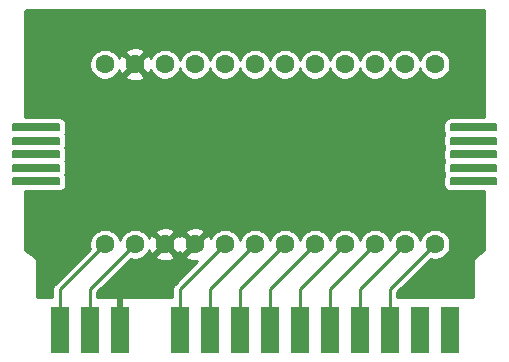
<source format=gbr>
G04 #@! TF.GenerationSoftware,KiCad,Pcbnew,(5.1.9-0-10_14)*
G04 #@! TF.CreationDate,2021-02-11T08:37:55-08:00*
G04 #@! TF.ProjectId,cart,63617274-2e6b-4696-9361-645f70636258,rev?*
G04 #@! TF.SameCoordinates,Original*
G04 #@! TF.FileFunction,Copper,L1,Top*
G04 #@! TF.FilePolarity,Positive*
%FSLAX46Y46*%
G04 Gerber Fmt 4.6, Leading zero omitted, Abs format (unit mm)*
G04 Created by KiCad (PCBNEW (5.1.9-0-10_14)) date 2021-02-11 08:37:55*
%MOMM*%
%LPD*%
G01*
G04 APERTURE LIST*
G04 #@! TA.AperFunction,NonConductor*
%ADD10C,0.200000*%
G04 #@! TD*
G04 #@! TA.AperFunction,ConnectorPad*
%ADD11R,1.600000X4.000000*%
G04 #@! TD*
G04 #@! TA.AperFunction,ComponentPad*
%ADD12C,1.600000*%
G04 #@! TD*
G04 #@! TA.AperFunction,ViaPad*
%ADD13C,0.600000*%
G04 #@! TD*
G04 #@! TA.AperFunction,Conductor*
%ADD14C,0.508000*%
G04 #@! TD*
G04 #@! TA.AperFunction,Conductor*
%ADD15C,0.254000*%
G04 #@! TD*
G04 #@! TA.AperFunction,Conductor*
%ADD16C,0.100000*%
G04 #@! TD*
G04 APERTURE END LIST*
D10*
G36*
X123126500Y-114300000D02*
G01*
X119253000Y-114300000D01*
X119253000Y-113792000D01*
X123126500Y-113792000D01*
X123126500Y-114300000D01*
G37*
X123126500Y-114300000D02*
X119253000Y-114300000D01*
X119253000Y-113792000D01*
X123126500Y-113792000D01*
X123126500Y-114300000D01*
G36*
X123126500Y-113157000D02*
G01*
X119253000Y-113157000D01*
X119253000Y-112649000D01*
X123126500Y-112649000D01*
X123126500Y-113157000D01*
G37*
X123126500Y-113157000D02*
X119253000Y-113157000D01*
X119253000Y-112649000D01*
X123126500Y-112649000D01*
X123126500Y-113157000D01*
G36*
X123126500Y-112014000D02*
G01*
X119253000Y-112014000D01*
X119253000Y-111506000D01*
X123126500Y-111506000D01*
X123126500Y-112014000D01*
G37*
X123126500Y-112014000D02*
X119253000Y-112014000D01*
X119253000Y-111506000D01*
X123126500Y-111506000D01*
X123126500Y-112014000D01*
G36*
X123126500Y-110871000D02*
G01*
X119253000Y-110871000D01*
X119253000Y-110363000D01*
X123126500Y-110363000D01*
X123126500Y-110871000D01*
G37*
X123126500Y-110871000D02*
X119253000Y-110871000D01*
X119253000Y-110363000D01*
X123126500Y-110363000D01*
X123126500Y-110871000D01*
G36*
X123126500Y-109728000D02*
G01*
X119253000Y-109728000D01*
X119253000Y-109220000D01*
X123126500Y-109220000D01*
X123126500Y-109728000D01*
G37*
X123126500Y-109728000D02*
X119253000Y-109728000D01*
X119253000Y-109220000D01*
X123126500Y-109220000D01*
X123126500Y-109728000D01*
G36*
X160147000Y-114300000D02*
G01*
X156273500Y-114300000D01*
X156273500Y-113792000D01*
X160147000Y-113792000D01*
X160147000Y-114300000D01*
G37*
X160147000Y-114300000D02*
X156273500Y-114300000D01*
X156273500Y-113792000D01*
X160147000Y-113792000D01*
X160147000Y-114300000D01*
G36*
X160147000Y-113157000D02*
G01*
X156273500Y-113157000D01*
X156273500Y-112649000D01*
X160147000Y-112649000D01*
X160147000Y-113157000D01*
G37*
X160147000Y-113157000D02*
X156273500Y-113157000D01*
X156273500Y-112649000D01*
X160147000Y-112649000D01*
X160147000Y-113157000D01*
G36*
X160147000Y-109728000D02*
G01*
X156273500Y-109728000D01*
X156273500Y-109220000D01*
X160147000Y-109220000D01*
X160147000Y-109728000D01*
G37*
X160147000Y-109728000D02*
X156273500Y-109728000D01*
X156273500Y-109220000D01*
X160147000Y-109220000D01*
X160147000Y-109728000D01*
G36*
X160147000Y-110871000D02*
G01*
X156273500Y-110871000D01*
X156273500Y-110363000D01*
X160147000Y-110363000D01*
X160147000Y-110871000D01*
G37*
X160147000Y-110871000D02*
X156273500Y-110871000D01*
X156273500Y-110363000D01*
X160147000Y-110363000D01*
X160147000Y-110871000D01*
G36*
X160147000Y-112014000D02*
G01*
X156273500Y-112014000D01*
X156273500Y-111506000D01*
X160147000Y-111506000D01*
X160147000Y-112014000D01*
G37*
X160147000Y-112014000D02*
X156273500Y-112014000D01*
X156273500Y-111506000D01*
X160147000Y-111506000D01*
X160147000Y-112014000D01*
D11*
X125730000Y-126619000D03*
X123190000Y-126619000D03*
X128270000Y-126619000D03*
X133350000Y-126619000D03*
X135890000Y-126619000D03*
X138430000Y-126619000D03*
X140970000Y-126619000D03*
X143510000Y-126619000D03*
X146050000Y-126619000D03*
X148590000Y-126619000D03*
X151130000Y-126619000D03*
X153670000Y-126619000D03*
X156210000Y-126619000D03*
D12*
X127000000Y-104140000D03*
X129540000Y-104140000D03*
X132080000Y-104140000D03*
X134620000Y-104140000D03*
X137160000Y-104140000D03*
X139700000Y-104140000D03*
X142240000Y-104140000D03*
X144780000Y-104140000D03*
X147320000Y-104140000D03*
X149860000Y-104140000D03*
X152400000Y-104140000D03*
X154940000Y-104140000D03*
X154940000Y-119380000D03*
X152400000Y-119380000D03*
X149860000Y-119380000D03*
X147320000Y-119380000D03*
X144780000Y-119380000D03*
X142240000Y-119380000D03*
X139700000Y-119380000D03*
X137160000Y-119380000D03*
X134620000Y-119380000D03*
X132080000Y-119380000D03*
X129540000Y-119380000D03*
X127000000Y-119380000D03*
D13*
X134620000Y-111760000D03*
X137160000Y-111760000D03*
X139700000Y-111760000D03*
X142240000Y-111760000D03*
X144780000Y-111760000D03*
X147320000Y-111760000D03*
X149860000Y-111760000D03*
X152400000Y-111760000D03*
X154940000Y-111760000D03*
X158115000Y-117475000D03*
X125095000Y-111760000D03*
D14*
X128270000Y-126619000D02*
X128270000Y-123190000D01*
D15*
X125730000Y-123190000D02*
X125730000Y-126619000D01*
X129540000Y-119380000D02*
X125730000Y-123190000D01*
X123190000Y-123190000D02*
X123190000Y-126619000D01*
X127000000Y-119380000D02*
X123190000Y-123190000D01*
X133350000Y-123190000D02*
X133350000Y-126619000D01*
X137160000Y-119380000D02*
X133350000Y-123190000D01*
X135890000Y-123190000D02*
X135890000Y-126619000D01*
X139700000Y-119380000D02*
X135890000Y-123190000D01*
X138430000Y-123190000D02*
X138430000Y-126619000D01*
X142240000Y-119380000D02*
X138430000Y-123190000D01*
X140970000Y-123190000D02*
X140970000Y-126619000D01*
X144780000Y-119380000D02*
X140970000Y-123190000D01*
X143510000Y-123190000D02*
X143510000Y-126619000D01*
X147320000Y-119380000D02*
X143510000Y-123190000D01*
X146050000Y-123190000D02*
X146050000Y-126619000D01*
X149860000Y-119380000D02*
X146050000Y-123190000D01*
X148590000Y-123190000D02*
X148590000Y-126619000D01*
X152400000Y-119380000D02*
X148590000Y-123190000D01*
X151130000Y-123190000D02*
X151130000Y-126619000D01*
X154940000Y-119380000D02*
X151130000Y-123190000D01*
X159017344Y-99542792D02*
X159045572Y-99551315D01*
X159071609Y-99565159D01*
X159094460Y-99583796D01*
X159113257Y-99606517D01*
X159127278Y-99632448D01*
X159135998Y-99660620D01*
X159142000Y-99717722D01*
X159142000Y-108612000D01*
X156273500Y-108612000D01*
X156216552Y-108617584D01*
X156159572Y-108622769D01*
X156157526Y-108623371D01*
X156155406Y-108623579D01*
X156100660Y-108640108D01*
X156045739Y-108656272D01*
X156043849Y-108657260D01*
X156041809Y-108657876D01*
X155991310Y-108684727D01*
X155940582Y-108711247D01*
X155938920Y-108712583D01*
X155937038Y-108713584D01*
X155892660Y-108749778D01*
X155848105Y-108785601D01*
X155846737Y-108787231D01*
X155845082Y-108788581D01*
X155808579Y-108832706D01*
X155771831Y-108876500D01*
X155770804Y-108878368D01*
X155769445Y-108880011D01*
X155742230Y-108930345D01*
X155714666Y-108980483D01*
X155714021Y-108982515D01*
X155713007Y-108984391D01*
X155696083Y-109039063D01*
X155678786Y-109093590D01*
X155678548Y-109095709D01*
X155677918Y-109097745D01*
X155671940Y-109154620D01*
X155665559Y-109211511D01*
X155665531Y-109215607D01*
X155665515Y-109215755D01*
X155665528Y-109215903D01*
X155665500Y-109220000D01*
X155665500Y-109728000D01*
X155671084Y-109784948D01*
X155676269Y-109841928D01*
X155676871Y-109843974D01*
X155677079Y-109846094D01*
X155693608Y-109900840D01*
X155709772Y-109955761D01*
X155710760Y-109957651D01*
X155711376Y-109959691D01*
X155738227Y-110010190D01*
X155756981Y-110046063D01*
X155742230Y-110073345D01*
X155714666Y-110123483D01*
X155714021Y-110125515D01*
X155713007Y-110127391D01*
X155696083Y-110182063D01*
X155678786Y-110236590D01*
X155678548Y-110238709D01*
X155677918Y-110240745D01*
X155671940Y-110297620D01*
X155665559Y-110354511D01*
X155665531Y-110358607D01*
X155665515Y-110358755D01*
X155665528Y-110358903D01*
X155665500Y-110363000D01*
X155665500Y-110871000D01*
X155671084Y-110927948D01*
X155676269Y-110984928D01*
X155676871Y-110986974D01*
X155677079Y-110989094D01*
X155693608Y-111043840D01*
X155709772Y-111098761D01*
X155710760Y-111100651D01*
X155711376Y-111102691D01*
X155738227Y-111153190D01*
X155756981Y-111189063D01*
X155742230Y-111216345D01*
X155714666Y-111266483D01*
X155714021Y-111268515D01*
X155713007Y-111270391D01*
X155696083Y-111325063D01*
X155678786Y-111379590D01*
X155678548Y-111381709D01*
X155677918Y-111383745D01*
X155671940Y-111440620D01*
X155665559Y-111497511D01*
X155665531Y-111501607D01*
X155665515Y-111501755D01*
X155665528Y-111501903D01*
X155665500Y-111506000D01*
X155665500Y-112014000D01*
X155671084Y-112070948D01*
X155676269Y-112127928D01*
X155676871Y-112129974D01*
X155677079Y-112132094D01*
X155693608Y-112186840D01*
X155709772Y-112241761D01*
X155710760Y-112243651D01*
X155711376Y-112245691D01*
X155738227Y-112296190D01*
X155756981Y-112332063D01*
X155742230Y-112359345D01*
X155714666Y-112409483D01*
X155714021Y-112411515D01*
X155713007Y-112413391D01*
X155696083Y-112468063D01*
X155678786Y-112522590D01*
X155678548Y-112524709D01*
X155677918Y-112526745D01*
X155671940Y-112583620D01*
X155665559Y-112640511D01*
X155665531Y-112644607D01*
X155665515Y-112644755D01*
X155665528Y-112644903D01*
X155665500Y-112649000D01*
X155665500Y-113157000D01*
X155671084Y-113213948D01*
X155676269Y-113270928D01*
X155676871Y-113272974D01*
X155677079Y-113275094D01*
X155693608Y-113329840D01*
X155709772Y-113384761D01*
X155710760Y-113386651D01*
X155711376Y-113388691D01*
X155738227Y-113439190D01*
X155756981Y-113475063D01*
X155742230Y-113502345D01*
X155714666Y-113552483D01*
X155714021Y-113554515D01*
X155713007Y-113556391D01*
X155696083Y-113611063D01*
X155678786Y-113665590D01*
X155678548Y-113667709D01*
X155677918Y-113669745D01*
X155671940Y-113726620D01*
X155665559Y-113783511D01*
X155665531Y-113787607D01*
X155665515Y-113787755D01*
X155665528Y-113787903D01*
X155665500Y-113792000D01*
X155665500Y-114300000D01*
X155671084Y-114356948D01*
X155676269Y-114413928D01*
X155676871Y-114415974D01*
X155677079Y-114418094D01*
X155693608Y-114472840D01*
X155709772Y-114527761D01*
X155710760Y-114529651D01*
X155711376Y-114531691D01*
X155738227Y-114582190D01*
X155764747Y-114632918D01*
X155766083Y-114634580D01*
X155767084Y-114636462D01*
X155803278Y-114680840D01*
X155839101Y-114725395D01*
X155840731Y-114726763D01*
X155842081Y-114728418D01*
X155886206Y-114764921D01*
X155930000Y-114801669D01*
X155931868Y-114802696D01*
X155933511Y-114804055D01*
X155983845Y-114831270D01*
X156033983Y-114858834D01*
X156036015Y-114859479D01*
X156037891Y-114860493D01*
X156092563Y-114877417D01*
X156147090Y-114894714D01*
X156149209Y-114894952D01*
X156151245Y-114895582D01*
X156208120Y-114901560D01*
X156265011Y-114907941D01*
X156269107Y-114907969D01*
X156269255Y-114907985D01*
X156269403Y-114907972D01*
X156273500Y-114908000D01*
X159142001Y-114908000D01*
X159142001Y-119840896D01*
X158420334Y-120390807D01*
X158410579Y-120396021D01*
X158372756Y-120427062D01*
X158357746Y-120438499D01*
X158349713Y-120445972D01*
X158317999Y-120471999D01*
X158305935Y-120486699D01*
X158292027Y-120499638D01*
X158268040Y-120532875D01*
X158242021Y-120564580D01*
X158233060Y-120581344D01*
X158221940Y-120596753D01*
X158204895Y-120634038D01*
X158185564Y-120670204D01*
X158180046Y-120688393D01*
X158172145Y-120705677D01*
X158162701Y-120745575D01*
X158150798Y-120784812D01*
X158148935Y-120803726D01*
X158144557Y-120822221D01*
X158143078Y-120863199D01*
X158142000Y-120874140D01*
X158142000Y-120893046D01*
X158140236Y-120941907D01*
X158142000Y-120952819D01*
X158142000Y-123888500D01*
X151765000Y-123888500D01*
X151765000Y-123453024D01*
X154576671Y-120641354D01*
X154811173Y-120688000D01*
X155068827Y-120688000D01*
X155321530Y-120637734D01*
X155559570Y-120539135D01*
X155773801Y-120395990D01*
X155955990Y-120213801D01*
X156099135Y-119999570D01*
X156197734Y-119761530D01*
X156248000Y-119508827D01*
X156248000Y-119251173D01*
X156197734Y-118998470D01*
X156099135Y-118760430D01*
X155955990Y-118546199D01*
X155773801Y-118364010D01*
X155559570Y-118220865D01*
X155321530Y-118122266D01*
X155068827Y-118072000D01*
X154811173Y-118072000D01*
X154558470Y-118122266D01*
X154320430Y-118220865D01*
X154106199Y-118364010D01*
X153924010Y-118546199D01*
X153780865Y-118760430D01*
X153682266Y-118998470D01*
X153670000Y-119060135D01*
X153657734Y-118998470D01*
X153559135Y-118760430D01*
X153415990Y-118546199D01*
X153233801Y-118364010D01*
X153019570Y-118220865D01*
X152781530Y-118122266D01*
X152528827Y-118072000D01*
X152271173Y-118072000D01*
X152018470Y-118122266D01*
X151780430Y-118220865D01*
X151566199Y-118364010D01*
X151384010Y-118546199D01*
X151240865Y-118760430D01*
X151142266Y-118998470D01*
X151130000Y-119060135D01*
X151117734Y-118998470D01*
X151019135Y-118760430D01*
X150875990Y-118546199D01*
X150693801Y-118364010D01*
X150479570Y-118220865D01*
X150241530Y-118122266D01*
X149988827Y-118072000D01*
X149731173Y-118072000D01*
X149478470Y-118122266D01*
X149240430Y-118220865D01*
X149026199Y-118364010D01*
X148844010Y-118546199D01*
X148700865Y-118760430D01*
X148602266Y-118998470D01*
X148590000Y-119060135D01*
X148577734Y-118998470D01*
X148479135Y-118760430D01*
X148335990Y-118546199D01*
X148153801Y-118364010D01*
X147939570Y-118220865D01*
X147701530Y-118122266D01*
X147448827Y-118072000D01*
X147191173Y-118072000D01*
X146938470Y-118122266D01*
X146700430Y-118220865D01*
X146486199Y-118364010D01*
X146304010Y-118546199D01*
X146160865Y-118760430D01*
X146062266Y-118998470D01*
X146050000Y-119060135D01*
X146037734Y-118998470D01*
X145939135Y-118760430D01*
X145795990Y-118546199D01*
X145613801Y-118364010D01*
X145399570Y-118220865D01*
X145161530Y-118122266D01*
X144908827Y-118072000D01*
X144651173Y-118072000D01*
X144398470Y-118122266D01*
X144160430Y-118220865D01*
X143946199Y-118364010D01*
X143764010Y-118546199D01*
X143620865Y-118760430D01*
X143522266Y-118998470D01*
X143510000Y-119060135D01*
X143497734Y-118998470D01*
X143399135Y-118760430D01*
X143255990Y-118546199D01*
X143073801Y-118364010D01*
X142859570Y-118220865D01*
X142621530Y-118122266D01*
X142368827Y-118072000D01*
X142111173Y-118072000D01*
X141858470Y-118122266D01*
X141620430Y-118220865D01*
X141406199Y-118364010D01*
X141224010Y-118546199D01*
X141080865Y-118760430D01*
X140982266Y-118998470D01*
X140970000Y-119060135D01*
X140957734Y-118998470D01*
X140859135Y-118760430D01*
X140715990Y-118546199D01*
X140533801Y-118364010D01*
X140319570Y-118220865D01*
X140081530Y-118122266D01*
X139828827Y-118072000D01*
X139571173Y-118072000D01*
X139318470Y-118122266D01*
X139080430Y-118220865D01*
X138866199Y-118364010D01*
X138684010Y-118546199D01*
X138540865Y-118760430D01*
X138442266Y-118998470D01*
X138430000Y-119060135D01*
X138417734Y-118998470D01*
X138319135Y-118760430D01*
X138175990Y-118546199D01*
X137993801Y-118364010D01*
X137779570Y-118220865D01*
X137541530Y-118122266D01*
X137288827Y-118072000D01*
X137031173Y-118072000D01*
X136778470Y-118122266D01*
X136540430Y-118220865D01*
X136326199Y-118364010D01*
X136144010Y-118546199D01*
X136000865Y-118760430D01*
X135958772Y-118862051D01*
X135923603Y-118763708D01*
X135856671Y-118638486D01*
X135612702Y-118566903D01*
X134799605Y-119380000D01*
X134813748Y-119394143D01*
X134634143Y-119573748D01*
X134620000Y-119559605D01*
X133806903Y-120372702D01*
X133878486Y-120616671D01*
X134133996Y-120737571D01*
X134408184Y-120806300D01*
X134690512Y-120820217D01*
X134844587Y-120797388D01*
X132923050Y-122718926D01*
X132898815Y-122738815D01*
X132819463Y-122835507D01*
X132760498Y-122945821D01*
X132724188Y-123065519D01*
X132715000Y-123158809D01*
X132715000Y-123158819D01*
X132711929Y-123190000D01*
X132715000Y-123221181D01*
X132715000Y-123888500D01*
X126365000Y-123888500D01*
X126365000Y-123453024D01*
X129176671Y-120641354D01*
X129411173Y-120688000D01*
X129668827Y-120688000D01*
X129921530Y-120637734D01*
X130159570Y-120539135D01*
X130373801Y-120395990D01*
X130397089Y-120372702D01*
X131266903Y-120372702D01*
X131338486Y-120616671D01*
X131593996Y-120737571D01*
X131868184Y-120806300D01*
X132150512Y-120820217D01*
X132430130Y-120778787D01*
X132696292Y-120683603D01*
X132821514Y-120616671D01*
X132893097Y-120372702D01*
X132080000Y-119559605D01*
X131266903Y-120372702D01*
X130397089Y-120372702D01*
X130555990Y-120213801D01*
X130699135Y-119999570D01*
X130741228Y-119897949D01*
X130776397Y-119996292D01*
X130843329Y-120121514D01*
X131087298Y-120193097D01*
X131900395Y-119380000D01*
X132259605Y-119380000D01*
X133072702Y-120193097D01*
X133316671Y-120121514D01*
X133347971Y-120055364D01*
X133383329Y-120121514D01*
X133627298Y-120193097D01*
X134440395Y-119380000D01*
X133627298Y-118566903D01*
X133383329Y-118638486D01*
X133352029Y-118704636D01*
X133316671Y-118638486D01*
X133072702Y-118566903D01*
X132259605Y-119380000D01*
X131900395Y-119380000D01*
X131087298Y-118566903D01*
X130843329Y-118638486D01*
X130739508Y-118857900D01*
X130699135Y-118760430D01*
X130555990Y-118546199D01*
X130397089Y-118387298D01*
X131266903Y-118387298D01*
X132080000Y-119200395D01*
X132893097Y-118387298D01*
X133806903Y-118387298D01*
X134620000Y-119200395D01*
X135433097Y-118387298D01*
X135361514Y-118143329D01*
X135106004Y-118022429D01*
X134831816Y-117953700D01*
X134549488Y-117939783D01*
X134269870Y-117981213D01*
X134003708Y-118076397D01*
X133878486Y-118143329D01*
X133806903Y-118387298D01*
X132893097Y-118387298D01*
X132821514Y-118143329D01*
X132566004Y-118022429D01*
X132291816Y-117953700D01*
X132009488Y-117939783D01*
X131729870Y-117981213D01*
X131463708Y-118076397D01*
X131338486Y-118143329D01*
X131266903Y-118387298D01*
X130397089Y-118387298D01*
X130373801Y-118364010D01*
X130159570Y-118220865D01*
X129921530Y-118122266D01*
X129668827Y-118072000D01*
X129411173Y-118072000D01*
X129158470Y-118122266D01*
X128920430Y-118220865D01*
X128706199Y-118364010D01*
X128524010Y-118546199D01*
X128380865Y-118760430D01*
X128282266Y-118998470D01*
X128270000Y-119060135D01*
X128257734Y-118998470D01*
X128159135Y-118760430D01*
X128015990Y-118546199D01*
X127833801Y-118364010D01*
X127619570Y-118220865D01*
X127381530Y-118122266D01*
X127128827Y-118072000D01*
X126871173Y-118072000D01*
X126618470Y-118122266D01*
X126380430Y-118220865D01*
X126166199Y-118364010D01*
X125984010Y-118546199D01*
X125840865Y-118760430D01*
X125742266Y-118998470D01*
X125692000Y-119251173D01*
X125692000Y-119508827D01*
X125738646Y-119743329D01*
X122763050Y-122718926D01*
X122738815Y-122738815D01*
X122659463Y-122835507D01*
X122600498Y-122945821D01*
X122564188Y-123065519D01*
X122555000Y-123158809D01*
X122555000Y-123158819D01*
X122551929Y-123190000D01*
X122555000Y-123221181D01*
X122555000Y-123888500D01*
X121258000Y-123888500D01*
X121258000Y-120949819D01*
X121259764Y-120938907D01*
X121258000Y-120890046D01*
X121258000Y-120871139D01*
X121256922Y-120860198D01*
X121255443Y-120819220D01*
X121251065Y-120800725D01*
X121249202Y-120781811D01*
X121237299Y-120742574D01*
X121227855Y-120702676D01*
X121219954Y-120685392D01*
X121214436Y-120667203D01*
X121195105Y-120631037D01*
X121178060Y-120593752D01*
X121166940Y-120578343D01*
X121157979Y-120561579D01*
X121131962Y-120529877D01*
X121107973Y-120496637D01*
X121094062Y-120483695D01*
X121082001Y-120468999D01*
X121050298Y-120442982D01*
X121042254Y-120435498D01*
X121027219Y-120424042D01*
X120989420Y-120393021D01*
X120979672Y-120387811D01*
X120258000Y-119837897D01*
X120258000Y-114908000D01*
X123126500Y-114908000D01*
X123183448Y-114902416D01*
X123240428Y-114897231D01*
X123242474Y-114896629D01*
X123244594Y-114896421D01*
X123299340Y-114879892D01*
X123354261Y-114863728D01*
X123356151Y-114862740D01*
X123358191Y-114862124D01*
X123408690Y-114835273D01*
X123459418Y-114808753D01*
X123461080Y-114807417D01*
X123462962Y-114806416D01*
X123507340Y-114770222D01*
X123551895Y-114734399D01*
X123553263Y-114732769D01*
X123554918Y-114731419D01*
X123591421Y-114687294D01*
X123628169Y-114643500D01*
X123629196Y-114641632D01*
X123630555Y-114639989D01*
X123657770Y-114589655D01*
X123685334Y-114539517D01*
X123685979Y-114537485D01*
X123686993Y-114535609D01*
X123703917Y-114480937D01*
X123721214Y-114426410D01*
X123721452Y-114424291D01*
X123722082Y-114422255D01*
X123728060Y-114365380D01*
X123734441Y-114308489D01*
X123734469Y-114304393D01*
X123734485Y-114304245D01*
X123734472Y-114304097D01*
X123734500Y-114300000D01*
X123734500Y-113792000D01*
X123728916Y-113735052D01*
X123723731Y-113678072D01*
X123723129Y-113676026D01*
X123722921Y-113673906D01*
X123706392Y-113619160D01*
X123690228Y-113564239D01*
X123689240Y-113562349D01*
X123688624Y-113560309D01*
X123661773Y-113509810D01*
X123643019Y-113473937D01*
X123657770Y-113446655D01*
X123685334Y-113396517D01*
X123685979Y-113394485D01*
X123686993Y-113392609D01*
X123703917Y-113337937D01*
X123721214Y-113283410D01*
X123721452Y-113281291D01*
X123722082Y-113279255D01*
X123728060Y-113222380D01*
X123734441Y-113165489D01*
X123734469Y-113161393D01*
X123734485Y-113161245D01*
X123734472Y-113161097D01*
X123734500Y-113157000D01*
X123734500Y-112649000D01*
X123728916Y-112592052D01*
X123723731Y-112535072D01*
X123723129Y-112533026D01*
X123722921Y-112530906D01*
X123706392Y-112476160D01*
X123690228Y-112421239D01*
X123689240Y-112419349D01*
X123688624Y-112417309D01*
X123661773Y-112366810D01*
X123643019Y-112330937D01*
X123657770Y-112303655D01*
X123685334Y-112253517D01*
X123685979Y-112251485D01*
X123686993Y-112249609D01*
X123703917Y-112194937D01*
X123721214Y-112140410D01*
X123721452Y-112138291D01*
X123722082Y-112136255D01*
X123728060Y-112079380D01*
X123734441Y-112022489D01*
X123734469Y-112018393D01*
X123734485Y-112018245D01*
X123734472Y-112018097D01*
X123734500Y-112014000D01*
X123734500Y-111506000D01*
X123728916Y-111449052D01*
X123723731Y-111392072D01*
X123723129Y-111390026D01*
X123722921Y-111387906D01*
X123706392Y-111333160D01*
X123690228Y-111278239D01*
X123689240Y-111276349D01*
X123688624Y-111274309D01*
X123661773Y-111223810D01*
X123643019Y-111187937D01*
X123657770Y-111160655D01*
X123685334Y-111110517D01*
X123685979Y-111108485D01*
X123686993Y-111106609D01*
X123703917Y-111051937D01*
X123721214Y-110997410D01*
X123721452Y-110995291D01*
X123722082Y-110993255D01*
X123728060Y-110936380D01*
X123734441Y-110879489D01*
X123734469Y-110875393D01*
X123734485Y-110875245D01*
X123734472Y-110875097D01*
X123734500Y-110871000D01*
X123734500Y-110363000D01*
X123728916Y-110306052D01*
X123723731Y-110249072D01*
X123723129Y-110247026D01*
X123722921Y-110244906D01*
X123706392Y-110190160D01*
X123690228Y-110135239D01*
X123689240Y-110133349D01*
X123688624Y-110131309D01*
X123661773Y-110080810D01*
X123643019Y-110044937D01*
X123657770Y-110017655D01*
X123685334Y-109967517D01*
X123685979Y-109965485D01*
X123686993Y-109963609D01*
X123703917Y-109908937D01*
X123721214Y-109854410D01*
X123721452Y-109852291D01*
X123722082Y-109850255D01*
X123728060Y-109793380D01*
X123734441Y-109736489D01*
X123734469Y-109732393D01*
X123734485Y-109732245D01*
X123734472Y-109732097D01*
X123734500Y-109728000D01*
X123734500Y-109220000D01*
X123728916Y-109163052D01*
X123723731Y-109106072D01*
X123723129Y-109104026D01*
X123722921Y-109101906D01*
X123706392Y-109047160D01*
X123690228Y-108992239D01*
X123689240Y-108990349D01*
X123688624Y-108988309D01*
X123661773Y-108937810D01*
X123635253Y-108887082D01*
X123633917Y-108885420D01*
X123632916Y-108883538D01*
X123596722Y-108839160D01*
X123560899Y-108794605D01*
X123559269Y-108793237D01*
X123557919Y-108791582D01*
X123513794Y-108755079D01*
X123470000Y-108718331D01*
X123468132Y-108717304D01*
X123466489Y-108715945D01*
X123416155Y-108688730D01*
X123366017Y-108661166D01*
X123363985Y-108660521D01*
X123362109Y-108659507D01*
X123307437Y-108642583D01*
X123252910Y-108625286D01*
X123250791Y-108625048D01*
X123248755Y-108624418D01*
X123191880Y-108618440D01*
X123134989Y-108612059D01*
X123130893Y-108612031D01*
X123130745Y-108612015D01*
X123130597Y-108612028D01*
X123126500Y-108612000D01*
X120258000Y-108612000D01*
X120258000Y-104011173D01*
X125692000Y-104011173D01*
X125692000Y-104268827D01*
X125742266Y-104521530D01*
X125840865Y-104759570D01*
X125984010Y-104973801D01*
X126166199Y-105155990D01*
X126380430Y-105299135D01*
X126618470Y-105397734D01*
X126871173Y-105448000D01*
X127128827Y-105448000D01*
X127381530Y-105397734D01*
X127619570Y-105299135D01*
X127833801Y-105155990D01*
X127857089Y-105132702D01*
X128726903Y-105132702D01*
X128798486Y-105376671D01*
X129053996Y-105497571D01*
X129328184Y-105566300D01*
X129610512Y-105580217D01*
X129890130Y-105538787D01*
X130156292Y-105443603D01*
X130281514Y-105376671D01*
X130353097Y-105132702D01*
X129540000Y-104319605D01*
X128726903Y-105132702D01*
X127857089Y-105132702D01*
X128015990Y-104973801D01*
X128159135Y-104759570D01*
X128201228Y-104657949D01*
X128236397Y-104756292D01*
X128303329Y-104881514D01*
X128547298Y-104953097D01*
X129360395Y-104140000D01*
X129719605Y-104140000D01*
X130532702Y-104953097D01*
X130776671Y-104881514D01*
X130880492Y-104662100D01*
X130920865Y-104759570D01*
X131064010Y-104973801D01*
X131246199Y-105155990D01*
X131460430Y-105299135D01*
X131698470Y-105397734D01*
X131951173Y-105448000D01*
X132208827Y-105448000D01*
X132461530Y-105397734D01*
X132699570Y-105299135D01*
X132913801Y-105155990D01*
X133095990Y-104973801D01*
X133239135Y-104759570D01*
X133337734Y-104521530D01*
X133350000Y-104459865D01*
X133362266Y-104521530D01*
X133460865Y-104759570D01*
X133604010Y-104973801D01*
X133786199Y-105155990D01*
X134000430Y-105299135D01*
X134238470Y-105397734D01*
X134491173Y-105448000D01*
X134748827Y-105448000D01*
X135001530Y-105397734D01*
X135239570Y-105299135D01*
X135453801Y-105155990D01*
X135635990Y-104973801D01*
X135779135Y-104759570D01*
X135877734Y-104521530D01*
X135890000Y-104459865D01*
X135902266Y-104521530D01*
X136000865Y-104759570D01*
X136144010Y-104973801D01*
X136326199Y-105155990D01*
X136540430Y-105299135D01*
X136778470Y-105397734D01*
X137031173Y-105448000D01*
X137288827Y-105448000D01*
X137541530Y-105397734D01*
X137779570Y-105299135D01*
X137993801Y-105155990D01*
X138175990Y-104973801D01*
X138319135Y-104759570D01*
X138417734Y-104521530D01*
X138430000Y-104459865D01*
X138442266Y-104521530D01*
X138540865Y-104759570D01*
X138684010Y-104973801D01*
X138866199Y-105155990D01*
X139080430Y-105299135D01*
X139318470Y-105397734D01*
X139571173Y-105448000D01*
X139828827Y-105448000D01*
X140081530Y-105397734D01*
X140319570Y-105299135D01*
X140533801Y-105155990D01*
X140715990Y-104973801D01*
X140859135Y-104759570D01*
X140957734Y-104521530D01*
X140970000Y-104459865D01*
X140982266Y-104521530D01*
X141080865Y-104759570D01*
X141224010Y-104973801D01*
X141406199Y-105155990D01*
X141620430Y-105299135D01*
X141858470Y-105397734D01*
X142111173Y-105448000D01*
X142368827Y-105448000D01*
X142621530Y-105397734D01*
X142859570Y-105299135D01*
X143073801Y-105155990D01*
X143255990Y-104973801D01*
X143399135Y-104759570D01*
X143497734Y-104521530D01*
X143510000Y-104459865D01*
X143522266Y-104521530D01*
X143620865Y-104759570D01*
X143764010Y-104973801D01*
X143946199Y-105155990D01*
X144160430Y-105299135D01*
X144398470Y-105397734D01*
X144651173Y-105448000D01*
X144908827Y-105448000D01*
X145161530Y-105397734D01*
X145399570Y-105299135D01*
X145613801Y-105155990D01*
X145795990Y-104973801D01*
X145939135Y-104759570D01*
X146037734Y-104521530D01*
X146050000Y-104459865D01*
X146062266Y-104521530D01*
X146160865Y-104759570D01*
X146304010Y-104973801D01*
X146486199Y-105155990D01*
X146700430Y-105299135D01*
X146938470Y-105397734D01*
X147191173Y-105448000D01*
X147448827Y-105448000D01*
X147701530Y-105397734D01*
X147939570Y-105299135D01*
X148153801Y-105155990D01*
X148335990Y-104973801D01*
X148479135Y-104759570D01*
X148577734Y-104521530D01*
X148590000Y-104459865D01*
X148602266Y-104521530D01*
X148700865Y-104759570D01*
X148844010Y-104973801D01*
X149026199Y-105155990D01*
X149240430Y-105299135D01*
X149478470Y-105397734D01*
X149731173Y-105448000D01*
X149988827Y-105448000D01*
X150241530Y-105397734D01*
X150479570Y-105299135D01*
X150693801Y-105155990D01*
X150875990Y-104973801D01*
X151019135Y-104759570D01*
X151117734Y-104521530D01*
X151130000Y-104459865D01*
X151142266Y-104521530D01*
X151240865Y-104759570D01*
X151384010Y-104973801D01*
X151566199Y-105155990D01*
X151780430Y-105299135D01*
X152018470Y-105397734D01*
X152271173Y-105448000D01*
X152528827Y-105448000D01*
X152781530Y-105397734D01*
X153019570Y-105299135D01*
X153233801Y-105155990D01*
X153415990Y-104973801D01*
X153559135Y-104759570D01*
X153657734Y-104521530D01*
X153670000Y-104459865D01*
X153682266Y-104521530D01*
X153780865Y-104759570D01*
X153924010Y-104973801D01*
X154106199Y-105155990D01*
X154320430Y-105299135D01*
X154558470Y-105397734D01*
X154811173Y-105448000D01*
X155068827Y-105448000D01*
X155321530Y-105397734D01*
X155559570Y-105299135D01*
X155773801Y-105155990D01*
X155955990Y-104973801D01*
X156099135Y-104759570D01*
X156197734Y-104521530D01*
X156248000Y-104268827D01*
X156248000Y-104011173D01*
X156197734Y-103758470D01*
X156099135Y-103520430D01*
X155955990Y-103306199D01*
X155773801Y-103124010D01*
X155559570Y-102980865D01*
X155321530Y-102882266D01*
X155068827Y-102832000D01*
X154811173Y-102832000D01*
X154558470Y-102882266D01*
X154320430Y-102980865D01*
X154106199Y-103124010D01*
X153924010Y-103306199D01*
X153780865Y-103520430D01*
X153682266Y-103758470D01*
X153670000Y-103820135D01*
X153657734Y-103758470D01*
X153559135Y-103520430D01*
X153415990Y-103306199D01*
X153233801Y-103124010D01*
X153019570Y-102980865D01*
X152781530Y-102882266D01*
X152528827Y-102832000D01*
X152271173Y-102832000D01*
X152018470Y-102882266D01*
X151780430Y-102980865D01*
X151566199Y-103124010D01*
X151384010Y-103306199D01*
X151240865Y-103520430D01*
X151142266Y-103758470D01*
X151130000Y-103820135D01*
X151117734Y-103758470D01*
X151019135Y-103520430D01*
X150875990Y-103306199D01*
X150693801Y-103124010D01*
X150479570Y-102980865D01*
X150241530Y-102882266D01*
X149988827Y-102832000D01*
X149731173Y-102832000D01*
X149478470Y-102882266D01*
X149240430Y-102980865D01*
X149026199Y-103124010D01*
X148844010Y-103306199D01*
X148700865Y-103520430D01*
X148602266Y-103758470D01*
X148590000Y-103820135D01*
X148577734Y-103758470D01*
X148479135Y-103520430D01*
X148335990Y-103306199D01*
X148153801Y-103124010D01*
X147939570Y-102980865D01*
X147701530Y-102882266D01*
X147448827Y-102832000D01*
X147191173Y-102832000D01*
X146938470Y-102882266D01*
X146700430Y-102980865D01*
X146486199Y-103124010D01*
X146304010Y-103306199D01*
X146160865Y-103520430D01*
X146062266Y-103758470D01*
X146050000Y-103820135D01*
X146037734Y-103758470D01*
X145939135Y-103520430D01*
X145795990Y-103306199D01*
X145613801Y-103124010D01*
X145399570Y-102980865D01*
X145161530Y-102882266D01*
X144908827Y-102832000D01*
X144651173Y-102832000D01*
X144398470Y-102882266D01*
X144160430Y-102980865D01*
X143946199Y-103124010D01*
X143764010Y-103306199D01*
X143620865Y-103520430D01*
X143522266Y-103758470D01*
X143510000Y-103820135D01*
X143497734Y-103758470D01*
X143399135Y-103520430D01*
X143255990Y-103306199D01*
X143073801Y-103124010D01*
X142859570Y-102980865D01*
X142621530Y-102882266D01*
X142368827Y-102832000D01*
X142111173Y-102832000D01*
X141858470Y-102882266D01*
X141620430Y-102980865D01*
X141406199Y-103124010D01*
X141224010Y-103306199D01*
X141080865Y-103520430D01*
X140982266Y-103758470D01*
X140970000Y-103820135D01*
X140957734Y-103758470D01*
X140859135Y-103520430D01*
X140715990Y-103306199D01*
X140533801Y-103124010D01*
X140319570Y-102980865D01*
X140081530Y-102882266D01*
X139828827Y-102832000D01*
X139571173Y-102832000D01*
X139318470Y-102882266D01*
X139080430Y-102980865D01*
X138866199Y-103124010D01*
X138684010Y-103306199D01*
X138540865Y-103520430D01*
X138442266Y-103758470D01*
X138430000Y-103820135D01*
X138417734Y-103758470D01*
X138319135Y-103520430D01*
X138175990Y-103306199D01*
X137993801Y-103124010D01*
X137779570Y-102980865D01*
X137541530Y-102882266D01*
X137288827Y-102832000D01*
X137031173Y-102832000D01*
X136778470Y-102882266D01*
X136540430Y-102980865D01*
X136326199Y-103124010D01*
X136144010Y-103306199D01*
X136000865Y-103520430D01*
X135902266Y-103758470D01*
X135890000Y-103820135D01*
X135877734Y-103758470D01*
X135779135Y-103520430D01*
X135635990Y-103306199D01*
X135453801Y-103124010D01*
X135239570Y-102980865D01*
X135001530Y-102882266D01*
X134748827Y-102832000D01*
X134491173Y-102832000D01*
X134238470Y-102882266D01*
X134000430Y-102980865D01*
X133786199Y-103124010D01*
X133604010Y-103306199D01*
X133460865Y-103520430D01*
X133362266Y-103758470D01*
X133350000Y-103820135D01*
X133337734Y-103758470D01*
X133239135Y-103520430D01*
X133095990Y-103306199D01*
X132913801Y-103124010D01*
X132699570Y-102980865D01*
X132461530Y-102882266D01*
X132208827Y-102832000D01*
X131951173Y-102832000D01*
X131698470Y-102882266D01*
X131460430Y-102980865D01*
X131246199Y-103124010D01*
X131064010Y-103306199D01*
X130920865Y-103520430D01*
X130878772Y-103622051D01*
X130843603Y-103523708D01*
X130776671Y-103398486D01*
X130532702Y-103326903D01*
X129719605Y-104140000D01*
X129360395Y-104140000D01*
X128547298Y-103326903D01*
X128303329Y-103398486D01*
X128199508Y-103617900D01*
X128159135Y-103520430D01*
X128015990Y-103306199D01*
X127857089Y-103147298D01*
X128726903Y-103147298D01*
X129540000Y-103960395D01*
X130353097Y-103147298D01*
X130281514Y-102903329D01*
X130026004Y-102782429D01*
X129751816Y-102713700D01*
X129469488Y-102699783D01*
X129189870Y-102741213D01*
X128923708Y-102836397D01*
X128798486Y-102903329D01*
X128726903Y-103147298D01*
X127857089Y-103147298D01*
X127833801Y-103124010D01*
X127619570Y-102980865D01*
X127381530Y-102882266D01*
X127128827Y-102832000D01*
X126871173Y-102832000D01*
X126618470Y-102882266D01*
X126380430Y-102980865D01*
X126166199Y-103124010D01*
X125984010Y-103306199D01*
X125840865Y-103520430D01*
X125742266Y-103758470D01*
X125692000Y-104011173D01*
X120258000Y-104011173D01*
X120258000Y-99720732D01*
X120263792Y-99661656D01*
X120272315Y-99633428D01*
X120286159Y-99607391D01*
X120304796Y-99584540D01*
X120327517Y-99565743D01*
X120353448Y-99551722D01*
X120381620Y-99543002D01*
X120438722Y-99537000D01*
X158958268Y-99537000D01*
X159017344Y-99542792D01*
G04 #@! TA.AperFunction,Conductor*
D16*
G36*
X159017344Y-99542792D02*
G01*
X159045572Y-99551315D01*
X159071609Y-99565159D01*
X159094460Y-99583796D01*
X159113257Y-99606517D01*
X159127278Y-99632448D01*
X159135998Y-99660620D01*
X159142000Y-99717722D01*
X159142000Y-108612000D01*
X156273500Y-108612000D01*
X156216552Y-108617584D01*
X156159572Y-108622769D01*
X156157526Y-108623371D01*
X156155406Y-108623579D01*
X156100660Y-108640108D01*
X156045739Y-108656272D01*
X156043849Y-108657260D01*
X156041809Y-108657876D01*
X155991310Y-108684727D01*
X155940582Y-108711247D01*
X155938920Y-108712583D01*
X155937038Y-108713584D01*
X155892660Y-108749778D01*
X155848105Y-108785601D01*
X155846737Y-108787231D01*
X155845082Y-108788581D01*
X155808579Y-108832706D01*
X155771831Y-108876500D01*
X155770804Y-108878368D01*
X155769445Y-108880011D01*
X155742230Y-108930345D01*
X155714666Y-108980483D01*
X155714021Y-108982515D01*
X155713007Y-108984391D01*
X155696083Y-109039063D01*
X155678786Y-109093590D01*
X155678548Y-109095709D01*
X155677918Y-109097745D01*
X155671940Y-109154620D01*
X155665559Y-109211511D01*
X155665531Y-109215607D01*
X155665515Y-109215755D01*
X155665528Y-109215903D01*
X155665500Y-109220000D01*
X155665500Y-109728000D01*
X155671084Y-109784948D01*
X155676269Y-109841928D01*
X155676871Y-109843974D01*
X155677079Y-109846094D01*
X155693608Y-109900840D01*
X155709772Y-109955761D01*
X155710760Y-109957651D01*
X155711376Y-109959691D01*
X155738227Y-110010190D01*
X155756981Y-110046063D01*
X155742230Y-110073345D01*
X155714666Y-110123483D01*
X155714021Y-110125515D01*
X155713007Y-110127391D01*
X155696083Y-110182063D01*
X155678786Y-110236590D01*
X155678548Y-110238709D01*
X155677918Y-110240745D01*
X155671940Y-110297620D01*
X155665559Y-110354511D01*
X155665531Y-110358607D01*
X155665515Y-110358755D01*
X155665528Y-110358903D01*
X155665500Y-110363000D01*
X155665500Y-110871000D01*
X155671084Y-110927948D01*
X155676269Y-110984928D01*
X155676871Y-110986974D01*
X155677079Y-110989094D01*
X155693608Y-111043840D01*
X155709772Y-111098761D01*
X155710760Y-111100651D01*
X155711376Y-111102691D01*
X155738227Y-111153190D01*
X155756981Y-111189063D01*
X155742230Y-111216345D01*
X155714666Y-111266483D01*
X155714021Y-111268515D01*
X155713007Y-111270391D01*
X155696083Y-111325063D01*
X155678786Y-111379590D01*
X155678548Y-111381709D01*
X155677918Y-111383745D01*
X155671940Y-111440620D01*
X155665559Y-111497511D01*
X155665531Y-111501607D01*
X155665515Y-111501755D01*
X155665528Y-111501903D01*
X155665500Y-111506000D01*
X155665500Y-112014000D01*
X155671084Y-112070948D01*
X155676269Y-112127928D01*
X155676871Y-112129974D01*
X155677079Y-112132094D01*
X155693608Y-112186840D01*
X155709772Y-112241761D01*
X155710760Y-112243651D01*
X155711376Y-112245691D01*
X155738227Y-112296190D01*
X155756981Y-112332063D01*
X155742230Y-112359345D01*
X155714666Y-112409483D01*
X155714021Y-112411515D01*
X155713007Y-112413391D01*
X155696083Y-112468063D01*
X155678786Y-112522590D01*
X155678548Y-112524709D01*
X155677918Y-112526745D01*
X155671940Y-112583620D01*
X155665559Y-112640511D01*
X155665531Y-112644607D01*
X155665515Y-112644755D01*
X155665528Y-112644903D01*
X155665500Y-112649000D01*
X155665500Y-113157000D01*
X155671084Y-113213948D01*
X155676269Y-113270928D01*
X155676871Y-113272974D01*
X155677079Y-113275094D01*
X155693608Y-113329840D01*
X155709772Y-113384761D01*
X155710760Y-113386651D01*
X155711376Y-113388691D01*
X155738227Y-113439190D01*
X155756981Y-113475063D01*
X155742230Y-113502345D01*
X155714666Y-113552483D01*
X155714021Y-113554515D01*
X155713007Y-113556391D01*
X155696083Y-113611063D01*
X155678786Y-113665590D01*
X155678548Y-113667709D01*
X155677918Y-113669745D01*
X155671940Y-113726620D01*
X155665559Y-113783511D01*
X155665531Y-113787607D01*
X155665515Y-113787755D01*
X155665528Y-113787903D01*
X155665500Y-113792000D01*
X155665500Y-114300000D01*
X155671084Y-114356948D01*
X155676269Y-114413928D01*
X155676871Y-114415974D01*
X155677079Y-114418094D01*
X155693608Y-114472840D01*
X155709772Y-114527761D01*
X155710760Y-114529651D01*
X155711376Y-114531691D01*
X155738227Y-114582190D01*
X155764747Y-114632918D01*
X155766083Y-114634580D01*
X155767084Y-114636462D01*
X155803278Y-114680840D01*
X155839101Y-114725395D01*
X155840731Y-114726763D01*
X155842081Y-114728418D01*
X155886206Y-114764921D01*
X155930000Y-114801669D01*
X155931868Y-114802696D01*
X155933511Y-114804055D01*
X155983845Y-114831270D01*
X156033983Y-114858834D01*
X156036015Y-114859479D01*
X156037891Y-114860493D01*
X156092563Y-114877417D01*
X156147090Y-114894714D01*
X156149209Y-114894952D01*
X156151245Y-114895582D01*
X156208120Y-114901560D01*
X156265011Y-114907941D01*
X156269107Y-114907969D01*
X156269255Y-114907985D01*
X156269403Y-114907972D01*
X156273500Y-114908000D01*
X159142001Y-114908000D01*
X159142001Y-119840896D01*
X158420334Y-120390807D01*
X158410579Y-120396021D01*
X158372756Y-120427062D01*
X158357746Y-120438499D01*
X158349713Y-120445972D01*
X158317999Y-120471999D01*
X158305935Y-120486699D01*
X158292027Y-120499638D01*
X158268040Y-120532875D01*
X158242021Y-120564580D01*
X158233060Y-120581344D01*
X158221940Y-120596753D01*
X158204895Y-120634038D01*
X158185564Y-120670204D01*
X158180046Y-120688393D01*
X158172145Y-120705677D01*
X158162701Y-120745575D01*
X158150798Y-120784812D01*
X158148935Y-120803726D01*
X158144557Y-120822221D01*
X158143078Y-120863199D01*
X158142000Y-120874140D01*
X158142000Y-120893046D01*
X158140236Y-120941907D01*
X158142000Y-120952819D01*
X158142000Y-123888500D01*
X151765000Y-123888500D01*
X151765000Y-123453024D01*
X154576671Y-120641354D01*
X154811173Y-120688000D01*
X155068827Y-120688000D01*
X155321530Y-120637734D01*
X155559570Y-120539135D01*
X155773801Y-120395990D01*
X155955990Y-120213801D01*
X156099135Y-119999570D01*
X156197734Y-119761530D01*
X156248000Y-119508827D01*
X156248000Y-119251173D01*
X156197734Y-118998470D01*
X156099135Y-118760430D01*
X155955990Y-118546199D01*
X155773801Y-118364010D01*
X155559570Y-118220865D01*
X155321530Y-118122266D01*
X155068827Y-118072000D01*
X154811173Y-118072000D01*
X154558470Y-118122266D01*
X154320430Y-118220865D01*
X154106199Y-118364010D01*
X153924010Y-118546199D01*
X153780865Y-118760430D01*
X153682266Y-118998470D01*
X153670000Y-119060135D01*
X153657734Y-118998470D01*
X153559135Y-118760430D01*
X153415990Y-118546199D01*
X153233801Y-118364010D01*
X153019570Y-118220865D01*
X152781530Y-118122266D01*
X152528827Y-118072000D01*
X152271173Y-118072000D01*
X152018470Y-118122266D01*
X151780430Y-118220865D01*
X151566199Y-118364010D01*
X151384010Y-118546199D01*
X151240865Y-118760430D01*
X151142266Y-118998470D01*
X151130000Y-119060135D01*
X151117734Y-118998470D01*
X151019135Y-118760430D01*
X150875990Y-118546199D01*
X150693801Y-118364010D01*
X150479570Y-118220865D01*
X150241530Y-118122266D01*
X149988827Y-118072000D01*
X149731173Y-118072000D01*
X149478470Y-118122266D01*
X149240430Y-118220865D01*
X149026199Y-118364010D01*
X148844010Y-118546199D01*
X148700865Y-118760430D01*
X148602266Y-118998470D01*
X148590000Y-119060135D01*
X148577734Y-118998470D01*
X148479135Y-118760430D01*
X148335990Y-118546199D01*
X148153801Y-118364010D01*
X147939570Y-118220865D01*
X147701530Y-118122266D01*
X147448827Y-118072000D01*
X147191173Y-118072000D01*
X146938470Y-118122266D01*
X146700430Y-118220865D01*
X146486199Y-118364010D01*
X146304010Y-118546199D01*
X146160865Y-118760430D01*
X146062266Y-118998470D01*
X146050000Y-119060135D01*
X146037734Y-118998470D01*
X145939135Y-118760430D01*
X145795990Y-118546199D01*
X145613801Y-118364010D01*
X145399570Y-118220865D01*
X145161530Y-118122266D01*
X144908827Y-118072000D01*
X144651173Y-118072000D01*
X144398470Y-118122266D01*
X144160430Y-118220865D01*
X143946199Y-118364010D01*
X143764010Y-118546199D01*
X143620865Y-118760430D01*
X143522266Y-118998470D01*
X143510000Y-119060135D01*
X143497734Y-118998470D01*
X143399135Y-118760430D01*
X143255990Y-118546199D01*
X143073801Y-118364010D01*
X142859570Y-118220865D01*
X142621530Y-118122266D01*
X142368827Y-118072000D01*
X142111173Y-118072000D01*
X141858470Y-118122266D01*
X141620430Y-118220865D01*
X141406199Y-118364010D01*
X141224010Y-118546199D01*
X141080865Y-118760430D01*
X140982266Y-118998470D01*
X140970000Y-119060135D01*
X140957734Y-118998470D01*
X140859135Y-118760430D01*
X140715990Y-118546199D01*
X140533801Y-118364010D01*
X140319570Y-118220865D01*
X140081530Y-118122266D01*
X139828827Y-118072000D01*
X139571173Y-118072000D01*
X139318470Y-118122266D01*
X139080430Y-118220865D01*
X138866199Y-118364010D01*
X138684010Y-118546199D01*
X138540865Y-118760430D01*
X138442266Y-118998470D01*
X138430000Y-119060135D01*
X138417734Y-118998470D01*
X138319135Y-118760430D01*
X138175990Y-118546199D01*
X137993801Y-118364010D01*
X137779570Y-118220865D01*
X137541530Y-118122266D01*
X137288827Y-118072000D01*
X137031173Y-118072000D01*
X136778470Y-118122266D01*
X136540430Y-118220865D01*
X136326199Y-118364010D01*
X136144010Y-118546199D01*
X136000865Y-118760430D01*
X135958772Y-118862051D01*
X135923603Y-118763708D01*
X135856671Y-118638486D01*
X135612702Y-118566903D01*
X134799605Y-119380000D01*
X134813748Y-119394143D01*
X134634143Y-119573748D01*
X134620000Y-119559605D01*
X133806903Y-120372702D01*
X133878486Y-120616671D01*
X134133996Y-120737571D01*
X134408184Y-120806300D01*
X134690512Y-120820217D01*
X134844587Y-120797388D01*
X132923050Y-122718926D01*
X132898815Y-122738815D01*
X132819463Y-122835507D01*
X132760498Y-122945821D01*
X132724188Y-123065519D01*
X132715000Y-123158809D01*
X132715000Y-123158819D01*
X132711929Y-123190000D01*
X132715000Y-123221181D01*
X132715000Y-123888500D01*
X126365000Y-123888500D01*
X126365000Y-123453024D01*
X129176671Y-120641354D01*
X129411173Y-120688000D01*
X129668827Y-120688000D01*
X129921530Y-120637734D01*
X130159570Y-120539135D01*
X130373801Y-120395990D01*
X130397089Y-120372702D01*
X131266903Y-120372702D01*
X131338486Y-120616671D01*
X131593996Y-120737571D01*
X131868184Y-120806300D01*
X132150512Y-120820217D01*
X132430130Y-120778787D01*
X132696292Y-120683603D01*
X132821514Y-120616671D01*
X132893097Y-120372702D01*
X132080000Y-119559605D01*
X131266903Y-120372702D01*
X130397089Y-120372702D01*
X130555990Y-120213801D01*
X130699135Y-119999570D01*
X130741228Y-119897949D01*
X130776397Y-119996292D01*
X130843329Y-120121514D01*
X131087298Y-120193097D01*
X131900395Y-119380000D01*
X132259605Y-119380000D01*
X133072702Y-120193097D01*
X133316671Y-120121514D01*
X133347971Y-120055364D01*
X133383329Y-120121514D01*
X133627298Y-120193097D01*
X134440395Y-119380000D01*
X133627298Y-118566903D01*
X133383329Y-118638486D01*
X133352029Y-118704636D01*
X133316671Y-118638486D01*
X133072702Y-118566903D01*
X132259605Y-119380000D01*
X131900395Y-119380000D01*
X131087298Y-118566903D01*
X130843329Y-118638486D01*
X130739508Y-118857900D01*
X130699135Y-118760430D01*
X130555990Y-118546199D01*
X130397089Y-118387298D01*
X131266903Y-118387298D01*
X132080000Y-119200395D01*
X132893097Y-118387298D01*
X133806903Y-118387298D01*
X134620000Y-119200395D01*
X135433097Y-118387298D01*
X135361514Y-118143329D01*
X135106004Y-118022429D01*
X134831816Y-117953700D01*
X134549488Y-117939783D01*
X134269870Y-117981213D01*
X134003708Y-118076397D01*
X133878486Y-118143329D01*
X133806903Y-118387298D01*
X132893097Y-118387298D01*
X132821514Y-118143329D01*
X132566004Y-118022429D01*
X132291816Y-117953700D01*
X132009488Y-117939783D01*
X131729870Y-117981213D01*
X131463708Y-118076397D01*
X131338486Y-118143329D01*
X131266903Y-118387298D01*
X130397089Y-118387298D01*
X130373801Y-118364010D01*
X130159570Y-118220865D01*
X129921530Y-118122266D01*
X129668827Y-118072000D01*
X129411173Y-118072000D01*
X129158470Y-118122266D01*
X128920430Y-118220865D01*
X128706199Y-118364010D01*
X128524010Y-118546199D01*
X128380865Y-118760430D01*
X128282266Y-118998470D01*
X128270000Y-119060135D01*
X128257734Y-118998470D01*
X128159135Y-118760430D01*
X128015990Y-118546199D01*
X127833801Y-118364010D01*
X127619570Y-118220865D01*
X127381530Y-118122266D01*
X127128827Y-118072000D01*
X126871173Y-118072000D01*
X126618470Y-118122266D01*
X126380430Y-118220865D01*
X126166199Y-118364010D01*
X125984010Y-118546199D01*
X125840865Y-118760430D01*
X125742266Y-118998470D01*
X125692000Y-119251173D01*
X125692000Y-119508827D01*
X125738646Y-119743329D01*
X122763050Y-122718926D01*
X122738815Y-122738815D01*
X122659463Y-122835507D01*
X122600498Y-122945821D01*
X122564188Y-123065519D01*
X122555000Y-123158809D01*
X122555000Y-123158819D01*
X122551929Y-123190000D01*
X122555000Y-123221181D01*
X122555000Y-123888500D01*
X121258000Y-123888500D01*
X121258000Y-120949819D01*
X121259764Y-120938907D01*
X121258000Y-120890046D01*
X121258000Y-120871139D01*
X121256922Y-120860198D01*
X121255443Y-120819220D01*
X121251065Y-120800725D01*
X121249202Y-120781811D01*
X121237299Y-120742574D01*
X121227855Y-120702676D01*
X121219954Y-120685392D01*
X121214436Y-120667203D01*
X121195105Y-120631037D01*
X121178060Y-120593752D01*
X121166940Y-120578343D01*
X121157979Y-120561579D01*
X121131962Y-120529877D01*
X121107973Y-120496637D01*
X121094062Y-120483695D01*
X121082001Y-120468999D01*
X121050298Y-120442982D01*
X121042254Y-120435498D01*
X121027219Y-120424042D01*
X120989420Y-120393021D01*
X120979672Y-120387811D01*
X120258000Y-119837897D01*
X120258000Y-114908000D01*
X123126500Y-114908000D01*
X123183448Y-114902416D01*
X123240428Y-114897231D01*
X123242474Y-114896629D01*
X123244594Y-114896421D01*
X123299340Y-114879892D01*
X123354261Y-114863728D01*
X123356151Y-114862740D01*
X123358191Y-114862124D01*
X123408690Y-114835273D01*
X123459418Y-114808753D01*
X123461080Y-114807417D01*
X123462962Y-114806416D01*
X123507340Y-114770222D01*
X123551895Y-114734399D01*
X123553263Y-114732769D01*
X123554918Y-114731419D01*
X123591421Y-114687294D01*
X123628169Y-114643500D01*
X123629196Y-114641632D01*
X123630555Y-114639989D01*
X123657770Y-114589655D01*
X123685334Y-114539517D01*
X123685979Y-114537485D01*
X123686993Y-114535609D01*
X123703917Y-114480937D01*
X123721214Y-114426410D01*
X123721452Y-114424291D01*
X123722082Y-114422255D01*
X123728060Y-114365380D01*
X123734441Y-114308489D01*
X123734469Y-114304393D01*
X123734485Y-114304245D01*
X123734472Y-114304097D01*
X123734500Y-114300000D01*
X123734500Y-113792000D01*
X123728916Y-113735052D01*
X123723731Y-113678072D01*
X123723129Y-113676026D01*
X123722921Y-113673906D01*
X123706392Y-113619160D01*
X123690228Y-113564239D01*
X123689240Y-113562349D01*
X123688624Y-113560309D01*
X123661773Y-113509810D01*
X123643019Y-113473937D01*
X123657770Y-113446655D01*
X123685334Y-113396517D01*
X123685979Y-113394485D01*
X123686993Y-113392609D01*
X123703917Y-113337937D01*
X123721214Y-113283410D01*
X123721452Y-113281291D01*
X123722082Y-113279255D01*
X123728060Y-113222380D01*
X123734441Y-113165489D01*
X123734469Y-113161393D01*
X123734485Y-113161245D01*
X123734472Y-113161097D01*
X123734500Y-113157000D01*
X123734500Y-112649000D01*
X123728916Y-112592052D01*
X123723731Y-112535072D01*
X123723129Y-112533026D01*
X123722921Y-112530906D01*
X123706392Y-112476160D01*
X123690228Y-112421239D01*
X123689240Y-112419349D01*
X123688624Y-112417309D01*
X123661773Y-112366810D01*
X123643019Y-112330937D01*
X123657770Y-112303655D01*
X123685334Y-112253517D01*
X123685979Y-112251485D01*
X123686993Y-112249609D01*
X123703917Y-112194937D01*
X123721214Y-112140410D01*
X123721452Y-112138291D01*
X123722082Y-112136255D01*
X123728060Y-112079380D01*
X123734441Y-112022489D01*
X123734469Y-112018393D01*
X123734485Y-112018245D01*
X123734472Y-112018097D01*
X123734500Y-112014000D01*
X123734500Y-111506000D01*
X123728916Y-111449052D01*
X123723731Y-111392072D01*
X123723129Y-111390026D01*
X123722921Y-111387906D01*
X123706392Y-111333160D01*
X123690228Y-111278239D01*
X123689240Y-111276349D01*
X123688624Y-111274309D01*
X123661773Y-111223810D01*
X123643019Y-111187937D01*
X123657770Y-111160655D01*
X123685334Y-111110517D01*
X123685979Y-111108485D01*
X123686993Y-111106609D01*
X123703917Y-111051937D01*
X123721214Y-110997410D01*
X123721452Y-110995291D01*
X123722082Y-110993255D01*
X123728060Y-110936380D01*
X123734441Y-110879489D01*
X123734469Y-110875393D01*
X123734485Y-110875245D01*
X123734472Y-110875097D01*
X123734500Y-110871000D01*
X123734500Y-110363000D01*
X123728916Y-110306052D01*
X123723731Y-110249072D01*
X123723129Y-110247026D01*
X123722921Y-110244906D01*
X123706392Y-110190160D01*
X123690228Y-110135239D01*
X123689240Y-110133349D01*
X123688624Y-110131309D01*
X123661773Y-110080810D01*
X123643019Y-110044937D01*
X123657770Y-110017655D01*
X123685334Y-109967517D01*
X123685979Y-109965485D01*
X123686993Y-109963609D01*
X123703917Y-109908937D01*
X123721214Y-109854410D01*
X123721452Y-109852291D01*
X123722082Y-109850255D01*
X123728060Y-109793380D01*
X123734441Y-109736489D01*
X123734469Y-109732393D01*
X123734485Y-109732245D01*
X123734472Y-109732097D01*
X123734500Y-109728000D01*
X123734500Y-109220000D01*
X123728916Y-109163052D01*
X123723731Y-109106072D01*
X123723129Y-109104026D01*
X123722921Y-109101906D01*
X123706392Y-109047160D01*
X123690228Y-108992239D01*
X123689240Y-108990349D01*
X123688624Y-108988309D01*
X123661773Y-108937810D01*
X123635253Y-108887082D01*
X123633917Y-108885420D01*
X123632916Y-108883538D01*
X123596722Y-108839160D01*
X123560899Y-108794605D01*
X123559269Y-108793237D01*
X123557919Y-108791582D01*
X123513794Y-108755079D01*
X123470000Y-108718331D01*
X123468132Y-108717304D01*
X123466489Y-108715945D01*
X123416155Y-108688730D01*
X123366017Y-108661166D01*
X123363985Y-108660521D01*
X123362109Y-108659507D01*
X123307437Y-108642583D01*
X123252910Y-108625286D01*
X123250791Y-108625048D01*
X123248755Y-108624418D01*
X123191880Y-108618440D01*
X123134989Y-108612059D01*
X123130893Y-108612031D01*
X123130745Y-108612015D01*
X123130597Y-108612028D01*
X123126500Y-108612000D01*
X120258000Y-108612000D01*
X120258000Y-104011173D01*
X125692000Y-104011173D01*
X125692000Y-104268827D01*
X125742266Y-104521530D01*
X125840865Y-104759570D01*
X125984010Y-104973801D01*
X126166199Y-105155990D01*
X126380430Y-105299135D01*
X126618470Y-105397734D01*
X126871173Y-105448000D01*
X127128827Y-105448000D01*
X127381530Y-105397734D01*
X127619570Y-105299135D01*
X127833801Y-105155990D01*
X127857089Y-105132702D01*
X128726903Y-105132702D01*
X128798486Y-105376671D01*
X129053996Y-105497571D01*
X129328184Y-105566300D01*
X129610512Y-105580217D01*
X129890130Y-105538787D01*
X130156292Y-105443603D01*
X130281514Y-105376671D01*
X130353097Y-105132702D01*
X129540000Y-104319605D01*
X128726903Y-105132702D01*
X127857089Y-105132702D01*
X128015990Y-104973801D01*
X128159135Y-104759570D01*
X128201228Y-104657949D01*
X128236397Y-104756292D01*
X128303329Y-104881514D01*
X128547298Y-104953097D01*
X129360395Y-104140000D01*
X129719605Y-104140000D01*
X130532702Y-104953097D01*
X130776671Y-104881514D01*
X130880492Y-104662100D01*
X130920865Y-104759570D01*
X131064010Y-104973801D01*
X131246199Y-105155990D01*
X131460430Y-105299135D01*
X131698470Y-105397734D01*
X131951173Y-105448000D01*
X132208827Y-105448000D01*
X132461530Y-105397734D01*
X132699570Y-105299135D01*
X132913801Y-105155990D01*
X133095990Y-104973801D01*
X133239135Y-104759570D01*
X133337734Y-104521530D01*
X133350000Y-104459865D01*
X133362266Y-104521530D01*
X133460865Y-104759570D01*
X133604010Y-104973801D01*
X133786199Y-105155990D01*
X134000430Y-105299135D01*
X134238470Y-105397734D01*
X134491173Y-105448000D01*
X134748827Y-105448000D01*
X135001530Y-105397734D01*
X135239570Y-105299135D01*
X135453801Y-105155990D01*
X135635990Y-104973801D01*
X135779135Y-104759570D01*
X135877734Y-104521530D01*
X135890000Y-104459865D01*
X135902266Y-104521530D01*
X136000865Y-104759570D01*
X136144010Y-104973801D01*
X136326199Y-105155990D01*
X136540430Y-105299135D01*
X136778470Y-105397734D01*
X137031173Y-105448000D01*
X137288827Y-105448000D01*
X137541530Y-105397734D01*
X137779570Y-105299135D01*
X137993801Y-105155990D01*
X138175990Y-104973801D01*
X138319135Y-104759570D01*
X138417734Y-104521530D01*
X138430000Y-104459865D01*
X138442266Y-104521530D01*
X138540865Y-104759570D01*
X138684010Y-104973801D01*
X138866199Y-105155990D01*
X139080430Y-105299135D01*
X139318470Y-105397734D01*
X139571173Y-105448000D01*
X139828827Y-105448000D01*
X140081530Y-105397734D01*
X140319570Y-105299135D01*
X140533801Y-105155990D01*
X140715990Y-104973801D01*
X140859135Y-104759570D01*
X140957734Y-104521530D01*
X140970000Y-104459865D01*
X140982266Y-104521530D01*
X141080865Y-104759570D01*
X141224010Y-104973801D01*
X141406199Y-105155990D01*
X141620430Y-105299135D01*
X141858470Y-105397734D01*
X142111173Y-105448000D01*
X142368827Y-105448000D01*
X142621530Y-105397734D01*
X142859570Y-105299135D01*
X143073801Y-105155990D01*
X143255990Y-104973801D01*
X143399135Y-104759570D01*
X143497734Y-104521530D01*
X143510000Y-104459865D01*
X143522266Y-104521530D01*
X143620865Y-104759570D01*
X143764010Y-104973801D01*
X143946199Y-105155990D01*
X144160430Y-105299135D01*
X144398470Y-105397734D01*
X144651173Y-105448000D01*
X144908827Y-105448000D01*
X145161530Y-105397734D01*
X145399570Y-105299135D01*
X145613801Y-105155990D01*
X145795990Y-104973801D01*
X145939135Y-104759570D01*
X146037734Y-104521530D01*
X146050000Y-104459865D01*
X146062266Y-104521530D01*
X146160865Y-104759570D01*
X146304010Y-104973801D01*
X146486199Y-105155990D01*
X146700430Y-105299135D01*
X146938470Y-105397734D01*
X147191173Y-105448000D01*
X147448827Y-105448000D01*
X147701530Y-105397734D01*
X147939570Y-105299135D01*
X148153801Y-105155990D01*
X148335990Y-104973801D01*
X148479135Y-104759570D01*
X148577734Y-104521530D01*
X148590000Y-104459865D01*
X148602266Y-104521530D01*
X148700865Y-104759570D01*
X148844010Y-104973801D01*
X149026199Y-105155990D01*
X149240430Y-105299135D01*
X149478470Y-105397734D01*
X149731173Y-105448000D01*
X149988827Y-105448000D01*
X150241530Y-105397734D01*
X150479570Y-105299135D01*
X150693801Y-105155990D01*
X150875990Y-104973801D01*
X151019135Y-104759570D01*
X151117734Y-104521530D01*
X151130000Y-104459865D01*
X151142266Y-104521530D01*
X151240865Y-104759570D01*
X151384010Y-104973801D01*
X151566199Y-105155990D01*
X151780430Y-105299135D01*
X152018470Y-105397734D01*
X152271173Y-105448000D01*
X152528827Y-105448000D01*
X152781530Y-105397734D01*
X153019570Y-105299135D01*
X153233801Y-105155990D01*
X153415990Y-104973801D01*
X153559135Y-104759570D01*
X153657734Y-104521530D01*
X153670000Y-104459865D01*
X153682266Y-104521530D01*
X153780865Y-104759570D01*
X153924010Y-104973801D01*
X154106199Y-105155990D01*
X154320430Y-105299135D01*
X154558470Y-105397734D01*
X154811173Y-105448000D01*
X155068827Y-105448000D01*
X155321530Y-105397734D01*
X155559570Y-105299135D01*
X155773801Y-105155990D01*
X155955990Y-104973801D01*
X156099135Y-104759570D01*
X156197734Y-104521530D01*
X156248000Y-104268827D01*
X156248000Y-104011173D01*
X156197734Y-103758470D01*
X156099135Y-103520430D01*
X155955990Y-103306199D01*
X155773801Y-103124010D01*
X155559570Y-102980865D01*
X155321530Y-102882266D01*
X155068827Y-102832000D01*
X154811173Y-102832000D01*
X154558470Y-102882266D01*
X154320430Y-102980865D01*
X154106199Y-103124010D01*
X153924010Y-103306199D01*
X153780865Y-103520430D01*
X153682266Y-103758470D01*
X153670000Y-103820135D01*
X153657734Y-103758470D01*
X153559135Y-103520430D01*
X153415990Y-103306199D01*
X153233801Y-103124010D01*
X153019570Y-102980865D01*
X152781530Y-102882266D01*
X152528827Y-102832000D01*
X152271173Y-102832000D01*
X152018470Y-102882266D01*
X151780430Y-102980865D01*
X151566199Y-103124010D01*
X151384010Y-103306199D01*
X151240865Y-103520430D01*
X151142266Y-103758470D01*
X151130000Y-103820135D01*
X151117734Y-103758470D01*
X151019135Y-103520430D01*
X150875990Y-103306199D01*
X150693801Y-103124010D01*
X150479570Y-102980865D01*
X150241530Y-102882266D01*
X149988827Y-102832000D01*
X149731173Y-102832000D01*
X149478470Y-102882266D01*
X149240430Y-102980865D01*
X149026199Y-103124010D01*
X148844010Y-103306199D01*
X148700865Y-103520430D01*
X148602266Y-103758470D01*
X148590000Y-103820135D01*
X148577734Y-103758470D01*
X148479135Y-103520430D01*
X148335990Y-103306199D01*
X148153801Y-103124010D01*
X147939570Y-102980865D01*
X147701530Y-102882266D01*
X147448827Y-102832000D01*
X147191173Y-102832000D01*
X146938470Y-102882266D01*
X146700430Y-102980865D01*
X146486199Y-103124010D01*
X146304010Y-103306199D01*
X146160865Y-103520430D01*
X146062266Y-103758470D01*
X146050000Y-103820135D01*
X146037734Y-103758470D01*
X145939135Y-103520430D01*
X145795990Y-103306199D01*
X145613801Y-103124010D01*
X145399570Y-102980865D01*
X145161530Y-102882266D01*
X144908827Y-102832000D01*
X144651173Y-102832000D01*
X144398470Y-102882266D01*
X144160430Y-102980865D01*
X143946199Y-103124010D01*
X143764010Y-103306199D01*
X143620865Y-103520430D01*
X143522266Y-103758470D01*
X143510000Y-103820135D01*
X143497734Y-103758470D01*
X143399135Y-103520430D01*
X143255990Y-103306199D01*
X143073801Y-103124010D01*
X142859570Y-102980865D01*
X142621530Y-102882266D01*
X142368827Y-102832000D01*
X142111173Y-102832000D01*
X141858470Y-102882266D01*
X141620430Y-102980865D01*
X141406199Y-103124010D01*
X141224010Y-103306199D01*
X141080865Y-103520430D01*
X140982266Y-103758470D01*
X140970000Y-103820135D01*
X140957734Y-103758470D01*
X140859135Y-103520430D01*
X140715990Y-103306199D01*
X140533801Y-103124010D01*
X140319570Y-102980865D01*
X140081530Y-102882266D01*
X139828827Y-102832000D01*
X139571173Y-102832000D01*
X139318470Y-102882266D01*
X139080430Y-102980865D01*
X138866199Y-103124010D01*
X138684010Y-103306199D01*
X138540865Y-103520430D01*
X138442266Y-103758470D01*
X138430000Y-103820135D01*
X138417734Y-103758470D01*
X138319135Y-103520430D01*
X138175990Y-103306199D01*
X137993801Y-103124010D01*
X137779570Y-102980865D01*
X137541530Y-102882266D01*
X137288827Y-102832000D01*
X137031173Y-102832000D01*
X136778470Y-102882266D01*
X136540430Y-102980865D01*
X136326199Y-103124010D01*
X136144010Y-103306199D01*
X136000865Y-103520430D01*
X135902266Y-103758470D01*
X135890000Y-103820135D01*
X135877734Y-103758470D01*
X135779135Y-103520430D01*
X135635990Y-103306199D01*
X135453801Y-103124010D01*
X135239570Y-102980865D01*
X135001530Y-102882266D01*
X134748827Y-102832000D01*
X134491173Y-102832000D01*
X134238470Y-102882266D01*
X134000430Y-102980865D01*
X133786199Y-103124010D01*
X133604010Y-103306199D01*
X133460865Y-103520430D01*
X133362266Y-103758470D01*
X133350000Y-103820135D01*
X133337734Y-103758470D01*
X133239135Y-103520430D01*
X133095990Y-103306199D01*
X132913801Y-103124010D01*
X132699570Y-102980865D01*
X132461530Y-102882266D01*
X132208827Y-102832000D01*
X131951173Y-102832000D01*
X131698470Y-102882266D01*
X131460430Y-102980865D01*
X131246199Y-103124010D01*
X131064010Y-103306199D01*
X130920865Y-103520430D01*
X130878772Y-103622051D01*
X130843603Y-103523708D01*
X130776671Y-103398486D01*
X130532702Y-103326903D01*
X129719605Y-104140000D01*
X129360395Y-104140000D01*
X128547298Y-103326903D01*
X128303329Y-103398486D01*
X128199508Y-103617900D01*
X128159135Y-103520430D01*
X128015990Y-103306199D01*
X127857089Y-103147298D01*
X128726903Y-103147298D01*
X129540000Y-103960395D01*
X130353097Y-103147298D01*
X130281514Y-102903329D01*
X130026004Y-102782429D01*
X129751816Y-102713700D01*
X129469488Y-102699783D01*
X129189870Y-102741213D01*
X128923708Y-102836397D01*
X128798486Y-102903329D01*
X128726903Y-103147298D01*
X127857089Y-103147298D01*
X127833801Y-103124010D01*
X127619570Y-102980865D01*
X127381530Y-102882266D01*
X127128827Y-102832000D01*
X126871173Y-102832000D01*
X126618470Y-102882266D01*
X126380430Y-102980865D01*
X126166199Y-103124010D01*
X125984010Y-103306199D01*
X125840865Y-103520430D01*
X125742266Y-103758470D01*
X125692000Y-104011173D01*
X120258000Y-104011173D01*
X120258000Y-99720732D01*
X120263792Y-99661656D01*
X120272315Y-99633428D01*
X120286159Y-99607391D01*
X120304796Y-99584540D01*
X120327517Y-99565743D01*
X120353448Y-99551722D01*
X120381620Y-99543002D01*
X120438722Y-99537000D01*
X158958268Y-99537000D01*
X159017344Y-99542792D01*
G37*
G04 #@! TD.AperFunction*
M02*

</source>
